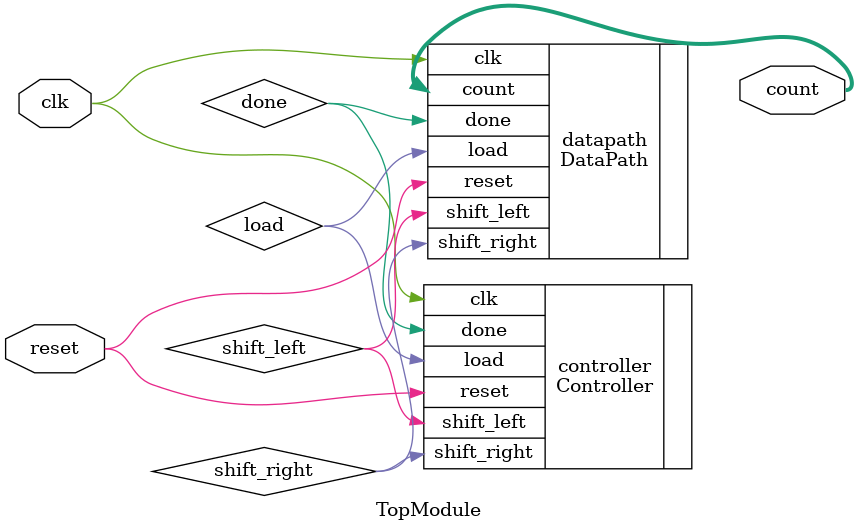
<source format=v>




/*-----------------------up/down counter-----------------------*/
//module TopModule #(parameter WIDTH = 8, parameter CYCLES = 18) (
//    input clk,
//    input reset,
//    output [WIDTH-1:0] count
//);
//
//wire shift_en, load, done, up;
//
//DataPath #(WIDTH, CYCLES) datapath (
//    .clk(clk),
//    .reset(reset),
//    .shift_en(shift_en),
//    .load(load),
//    .up(up),
//    .count(count),
//    .done(done)
//);
//
//Controller controller (
//    .clk(clk),
//    .reset(reset),
//    .done(done),
//    .shift_en(shift_en),
//    .load(load),
//    .up(up)
//);
//
//endmodule






/******************************shift left or right-------------------*/
module TopModule #(parameter WIDTH = 8, parameter CYCLES = 18) (
    input clk,
    input reset,
    output [WIDTH-1:0] count
);

wire shift_left, shift_right, load, done;

DataPath #(WIDTH, CYCLES) datapath (
    .clk(clk),
    .reset(reset),
    .shift_left(shift_left),
    .shift_right(shift_right),
    .load(load),
    .count(count),
    .done(done)
);

Controller controller (
    .clk(clk),
    .reset(reset),
    .done(done),
    .shift_left(shift_left),
    .shift_right(shift_right),
    .load(load)
);

endmodule

</source>
